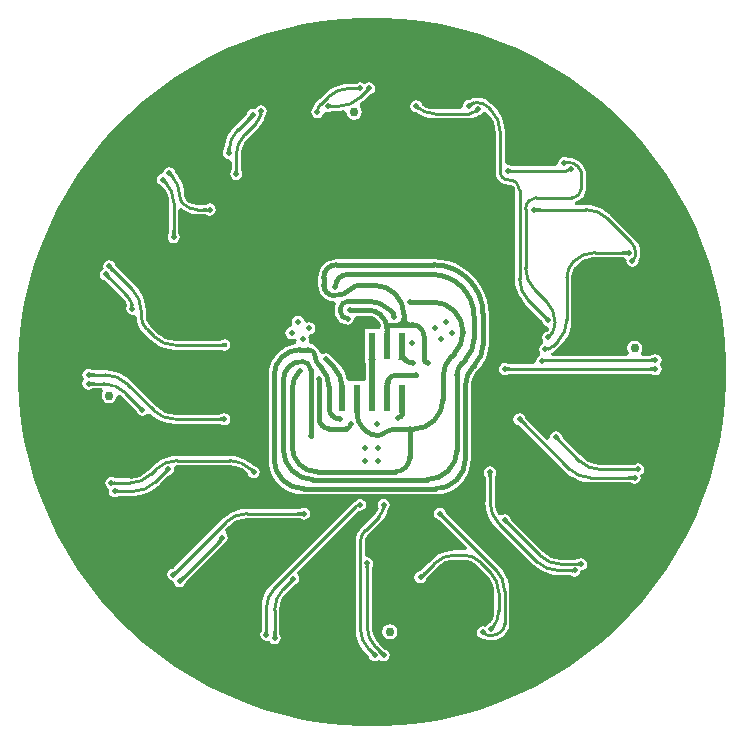
<source format=gbl>
G04*
G04 #@! TF.GenerationSoftware,Altium Limited,Altium Designer,18.1.6 (161)*
G04*
G04 Layer_Physical_Order=4*
G04 Layer_Color=16711680*
%FSLAX24Y24*%
%MOIN*%
G70*
G01*
G75*
%ADD81C,0.0100*%
%ADD83C,0.0160*%
%ADD84C,0.0197*%
%ADD85C,0.0300*%
%ADD86C,0.0394*%
%ADD87C,0.0177*%
%ADD89C,0.0100*%
%ADD90R,0.0236X0.0906*%
%ADD91C,0.0200*%
G36*
X331Y11811D02*
X993Y11774D01*
X1652Y11700D01*
X2305Y11589D01*
X2951Y11441D01*
X3588Y11258D01*
X4214Y11039D01*
X4826Y10785D01*
X5423Y10498D01*
X6003Y10177D01*
X6564Y9824D01*
X7105Y9441D01*
X7623Y9028D01*
X8117Y8586D01*
X8586Y8117D01*
X9028Y7623D01*
X9441Y7105D01*
X9824Y6564D01*
X10177Y6003D01*
X10498Y5423D01*
X10785Y4826D01*
X11039Y4214D01*
X11258Y3588D01*
X11441Y2951D01*
X11589Y2305D01*
X11700Y1652D01*
X11774Y993D01*
X11811Y331D01*
Y-0D01*
X11811Y-331D01*
X11774Y-993D01*
X11700Y-1652D01*
X11589Y-2305D01*
X11441Y-2951D01*
X11258Y-3588D01*
X11039Y-4214D01*
X10785Y-4826D01*
X10498Y-5423D01*
X10177Y-6003D01*
X9824Y-6564D01*
X9441Y-7105D01*
X9028Y-7623D01*
X8586Y-8117D01*
X8117Y-8586D01*
X7623Y-9028D01*
X7105Y-9441D01*
X6564Y-9824D01*
X6003Y-10177D01*
X5423Y-10498D01*
X4826Y-10785D01*
X4214Y-11039D01*
X3588Y-11258D01*
X2951Y-11441D01*
X2305Y-11589D01*
X1652Y-11700D01*
X993Y-11774D01*
X331Y-11811D01*
X-331D01*
X-993Y-11774D01*
X-1652Y-11700D01*
X-2305Y-11589D01*
X-2951Y-11441D01*
X-3588Y-11258D01*
X-4214Y-11039D01*
X-4826Y-10785D01*
X-5423Y-10498D01*
X-6003Y-10177D01*
X-6564Y-9824D01*
X-7105Y-9441D01*
X-7623Y-9028D01*
X-8117Y-8586D01*
X-8586Y-8117D01*
X-9028Y-7623D01*
X-9441Y-7105D01*
X-9824Y-6564D01*
X-10177Y-6003D01*
X-10498Y-5423D01*
X-10785Y-4826D01*
X-11039Y-4214D01*
X-11258Y-3588D01*
X-11441Y-2951D01*
X-11589Y-2305D01*
X-11700Y-1652D01*
X-11774Y-993D01*
X-11811Y-331D01*
Y0D01*
Y331D01*
X-11774Y993D01*
X-11700Y1652D01*
X-11589Y2305D01*
X-11441Y2951D01*
X-11258Y3588D01*
X-11039Y4214D01*
X-10785Y4826D01*
X-10498Y5423D01*
X-10177Y6003D01*
X-9824Y6564D01*
X-9441Y7105D01*
X-9028Y7623D01*
X-8586Y8117D01*
X-8117Y8586D01*
X-7623Y9028D01*
X-7105Y9441D01*
X-6564Y9824D01*
X-6003Y10177D01*
X-5423Y10498D01*
X-4826Y10785D01*
X-4214Y11039D01*
X-3588Y11258D01*
X-2951Y11441D01*
X-2305Y11589D01*
X-1652Y11700D01*
X-993Y11774D01*
X-331Y11811D01*
X0D01*
X331Y11811D01*
D02*
G37*
%LPC*%
G36*
X-101Y9651D02*
X-178Y9636D01*
X-244Y9592D01*
X-319Y9636D01*
X-396Y9651D01*
X-473Y9636D01*
X-517Y9607D01*
X-585Y9602D01*
X-769D01*
Y9602D01*
X-950Y9588D01*
X-1126Y9546D01*
X-1293Y9477D01*
X-1447Y9382D01*
X-1585Y9265D01*
X-1584Y9264D01*
X-1584Y9264D01*
X-1751Y9097D01*
X-1823Y9027D01*
X-1823Y9027D01*
X-1905Y8921D01*
X-1929Y8862D01*
X-1953Y8813D01*
X-1962Y8807D01*
X-2006Y8741D01*
X-2022Y8664D01*
X-2006Y8586D01*
X-1962Y8521D01*
X-1897Y8477D01*
X-1819Y8461D01*
X-1742Y8477D01*
X-1676Y8521D01*
X-1633Y8586D01*
X-1630Y8600D01*
X-1563Y8664D01*
X-1523Y8665D01*
X-1479Y8656D01*
X-1401Y8671D01*
X-1358Y8700D01*
X-1289Y8705D01*
X-1206D01*
X-1106Y8705D01*
Y8705D01*
X-939Y8718D01*
X-901Y8694D01*
X-843Y8636D01*
X-828Y8564D01*
X-773Y8481D01*
X-690Y8426D01*
X-593Y8407D01*
X-495Y8426D01*
X-413Y8481D01*
X-357Y8564D01*
X-338Y8661D01*
X-357Y8759D01*
X-401Y8824D01*
X-410Y8859D01*
X-397Y8951D01*
X-290Y9043D01*
X-290Y9043D01*
X-290Y9043D01*
X-122Y9211D01*
X-104Y9228D01*
X-82Y9247D01*
X-76Y9251D01*
X-23Y9262D01*
X42Y9306D01*
X86Y9371D01*
X102Y9449D01*
X86Y9526D01*
X42Y9592D01*
X-23Y9636D01*
X-101Y9651D01*
D02*
G37*
G36*
X3504Y9133D02*
X3370Y9116D01*
X3311Y9091D01*
X3257Y9072D01*
X3246Y9074D01*
X3169Y9059D01*
X3103Y9015D01*
X3059Y8949D01*
X3044Y8872D01*
X3047Y8859D01*
X2972Y8759D01*
X2184Y8759D01*
X2084Y8759D01*
X1987Y8767D01*
X1945Y8771D01*
X1812Y8811D01*
X1697Y8873D01*
X1687Y8880D01*
X1678Y8886D01*
X1676Y8888D01*
X1670Y8893D01*
X1669Y8893D01*
X1661Y8936D01*
X1617Y9001D01*
X1551Y9045D01*
X1474Y9061D01*
X1397Y9045D01*
X1331Y9001D01*
X1287Y8936D01*
X1272Y8858D01*
X1287Y8781D01*
X1331Y8715D01*
X1397Y8671D01*
X1449Y8661D01*
X1519Y8622D01*
X1519Y8622D01*
X1519Y8622D01*
X1566Y8596D01*
X1571Y8594D01*
X1695Y8528D01*
X1885Y8470D01*
X2084Y8451D01*
Y8453D01*
X3146Y8453D01*
X3246Y8452D01*
Y8452D01*
X3361Y8467D01*
X3411Y8488D01*
X3422Y8490D01*
X3429Y8495D01*
X3468Y8511D01*
X3529Y8559D01*
X3597Y8572D01*
X3662Y8616D01*
X3686Y8651D01*
X3686Y8651D01*
X3782Y8674D01*
X3806Y8672D01*
X3867Y8611D01*
X3873Y8607D01*
X3974Y8484D01*
X4053Y8337D01*
X4101Y8178D01*
X4108Y8109D01*
X4115Y8012D01*
X4115D01*
Y6641D01*
X4115D01*
X4127Y6549D01*
X4163Y6462D01*
X4220Y6388D01*
X4219Y6387D01*
X4321Y6309D01*
X4439Y6260D01*
X4566Y6243D01*
X4566Y6243D01*
X4660Y6228D01*
X4710Y6194D01*
X4712Y6191D01*
X4715Y6189D01*
X4751Y6135D01*
X4764Y6072D01*
X4763Y6068D01*
Y3095D01*
X4763Y3095D01*
X4763D01*
X4777Y2915D01*
X4819Y2739D01*
X4888Y2571D01*
X4983Y2417D01*
X5100Y2279D01*
X5101Y2280D01*
X5639Y1742D01*
X5657Y1723D01*
X5675Y1701D01*
X5680Y1695D01*
X5690Y1642D01*
X5734Y1577D01*
X5800Y1533D01*
X5829Y1527D01*
X5890Y1435D01*
X5893Y1420D01*
X5884Y1400D01*
X5871Y1376D01*
X5847Y1345D01*
X5803Y1337D01*
X5737Y1293D01*
X5694Y1227D01*
X5678Y1150D01*
X5694Y1072D01*
X5710Y1047D01*
X5700Y958D01*
X5678Y929D01*
X5632Y899D01*
X5589Y833D01*
X5573Y756D01*
X5589Y678D01*
X5605Y654D01*
X5593Y563D01*
X5572Y537D01*
X5526Y506D01*
X5482Y440D01*
X5467Y363D01*
X5469Y351D01*
X5393Y251D01*
X4609D01*
X4584Y252D01*
X4555Y254D01*
X4548Y256D01*
X4503Y285D01*
X4426Y301D01*
X4348Y285D01*
X4283Y241D01*
X4239Y176D01*
X4223Y98D01*
X4239Y21D01*
X4283Y-45D01*
X4348Y-88D01*
X4426Y-104D01*
X4503Y-88D01*
X4547Y-59D01*
X4615Y-55D01*
X9263D01*
X9288Y-55D01*
X9317Y-58D01*
X9325Y-59D01*
X9369Y-88D01*
X9446Y-104D01*
X9524Y-88D01*
X9590Y-45D01*
X9633Y21D01*
X9649Y98D01*
X9633Y176D01*
X9590Y241D01*
X9590Y241D01*
Y251D01*
X9633Y316D01*
X9649Y394D01*
X9633Y471D01*
X9590Y537D01*
X9524Y581D01*
X9446Y596D01*
X9369Y581D01*
X9325Y551D01*
X9257Y547D01*
X9013D01*
X8964Y647D01*
X8993Y690D01*
X9012Y787D01*
X8993Y885D01*
X8938Y968D01*
X8855Y1023D01*
X8758Y1042D01*
X8660Y1023D01*
X8577Y968D01*
X8522Y885D01*
X8503Y787D01*
X8522Y690D01*
X8551Y647D01*
X8502Y547D01*
X6002D01*
X5980Y647D01*
X5983Y648D01*
X6041Y672D01*
X6151Y757D01*
X6150Y758D01*
X6309Y917D01*
X6309Y916D01*
X6427Y1054D01*
X6522Y1208D01*
X6591Y1375D01*
X6633Y1551D01*
X6647Y1732D01*
X6647D01*
X6647Y1732D01*
X6647Y3150D01*
X6646Y3152D01*
X6657Y3267D01*
X6692Y3381D01*
X6748Y3485D01*
X6761Y3501D01*
X6823Y3576D01*
D01*
X6897Y3639D01*
X6950Y3683D01*
X7097Y3761D01*
X7255Y3809D01*
X7324Y3816D01*
X7421Y3823D01*
Y3823D01*
X8385D01*
X8410Y3823D01*
X8412Y3822D01*
X8477Y3748D01*
X8485Y3733D01*
X8479Y3703D01*
X8494Y3626D01*
X8538Y3560D01*
X8604Y3516D01*
X8681Y3501D01*
X8759Y3516D01*
X8824Y3560D01*
X8868Y3626D01*
X8884Y3703D01*
X8881Y3714D01*
X8901Y3768D01*
X8925Y3827D01*
X8943Y3961D01*
X8941D01*
X8929Y4091D01*
X8891Y4215D01*
X8830Y4330D01*
X8747Y4430D01*
X8747Y4430D01*
X7948Y5229D01*
X7949Y5229D01*
X7811Y5347D01*
X7657Y5441D01*
X7490Y5510D01*
X7314Y5553D01*
X7133Y5567D01*
Y5566D01*
X7133Y5566D01*
X6758D01*
X6752Y5666D01*
X6777Y5670D01*
X6895Y5719D01*
X6996Y5796D01*
X6996Y5797D01*
X7061Y5881D01*
X7101Y5980D01*
X7115Y6085D01*
X7115D01*
X7115Y6690D01*
X7115Y6690D01*
X7103Y6748D01*
X7103Y6748D01*
X7042Y6863D01*
X6960Y6964D01*
X6859Y7046D01*
X6745Y7107D01*
X6744Y7107D01*
X6730Y7110D01*
X6681Y7130D01*
X6635Y7136D01*
X6627Y7139D01*
X6622Y7139D01*
X6616Y7140D01*
X6598Y7141D01*
X6546Y7148D01*
X6523Y7145D01*
X6493Y7146D01*
X6484Y7153D01*
X6407Y7168D01*
X6329Y7153D01*
X6264Y7109D01*
X6220Y7043D01*
X6204Y6966D01*
X6208Y6949D01*
X6135Y6849D01*
X4706Y6849D01*
X4681Y6849D01*
X4652Y6852D01*
X4644Y6853D01*
X4600Y6883D01*
X4522Y6898D01*
X4521Y6898D01*
X4421Y6978D01*
Y8012D01*
X4422D01*
X4408Y8193D01*
X4365Y8369D01*
X4296Y8536D01*
X4201Y8690D01*
X4084Y8828D01*
X4083Y8827D01*
X3973Y8938D01*
X3973Y8938D01*
X3873Y9020D01*
X3758Y9082D01*
X3634Y9119D01*
X3504Y9132D01*
Y9133D01*
D02*
G37*
G36*
X-3706Y8886D02*
X-3783Y8871D01*
X-3849Y8827D01*
X-3901Y8758D01*
X-3979Y8773D01*
X-4056Y8758D01*
X-4122Y8714D01*
X-4165Y8648D01*
X-4176Y8597D01*
X-4221Y8545D01*
X-4583Y8183D01*
X-4583Y8183D01*
X-4701Y8045D01*
X-4796Y7891D01*
X-4865Y7724D01*
X-4907Y7548D01*
X-4909Y7527D01*
X-4925Y7429D01*
X-4928Y7415D01*
X-4955Y7375D01*
X-4970Y7297D01*
X-4955Y7220D01*
X-4911Y7154D01*
X-4845Y7110D01*
X-4768Y7095D01*
X-4683Y7010D01*
X-4683Y6778D01*
X-4683Y6753D01*
X-4686Y6724D01*
X-4687Y6716D01*
X-4717Y6672D01*
X-4732Y6594D01*
X-4717Y6517D01*
X-4673Y6451D01*
X-4607Y6408D01*
X-4530Y6392D01*
X-4452Y6408D01*
X-4387Y6451D01*
X-4343Y6517D01*
X-4328Y6594D01*
X-4343Y6672D01*
X-4372Y6716D01*
X-4377Y6784D01*
X-4377Y7111D01*
X-4377Y7211D01*
X-4369Y7308D01*
X-4363Y7377D01*
X-4314Y7536D01*
X-4236Y7683D01*
X-4135Y7806D01*
X-4129Y7810D01*
X-3763Y8176D01*
X-3763Y8176D01*
X-3763Y8175D01*
X-3673Y8284D01*
X-3607Y8408D01*
X-3601Y8427D01*
X-3601Y8428D01*
X-3557Y8549D01*
X-3519Y8606D01*
X-3503Y8684D01*
X-3519Y8761D01*
X-3563Y8827D01*
X-3628Y8871D01*
X-3706Y8886D01*
D02*
G37*
G36*
X-6759Y6820D02*
X-6837Y6805D01*
X-6902Y6761D01*
X-6946Y6695D01*
X-6967Y6616D01*
X-7045Y6596D01*
X-7111Y6552D01*
X-7155Y6486D01*
X-7170Y6409D01*
X-7155Y6331D01*
X-7111Y6266D01*
X-7045Y6222D01*
X-6989Y6211D01*
X-6987Y6209D01*
X-6905Y6110D01*
X-6827Y5963D01*
X-6779Y5804D01*
X-6772Y5735D01*
X-6764Y5638D01*
X-6764Y5638D01*
X-6764Y5538D01*
Y4681D01*
X-6765Y4656D01*
X-6767Y4627D01*
X-6769Y4620D01*
X-6798Y4575D01*
X-6814Y4498D01*
X-6798Y4420D01*
X-6754Y4355D01*
X-6689Y4311D01*
X-6611Y4295D01*
X-6534Y4311D01*
X-6468Y4355D01*
X-6424Y4420D01*
X-6409Y4498D01*
X-6424Y4575D01*
X-6454Y4619D01*
X-6458Y4687D01*
Y5411D01*
X-6358Y5459D01*
X-6285Y5399D01*
X-6142Y5322D01*
X-5987Y5275D01*
X-5826Y5259D01*
Y5260D01*
X-5599D01*
X-5574Y5260D01*
X-5545Y5257D01*
X-5538Y5256D01*
X-5493Y5226D01*
X-5416Y5211D01*
X-5338Y5226D01*
X-5273Y5270D01*
X-5229Y5336D01*
X-5213Y5413D01*
X-5229Y5491D01*
X-5273Y5556D01*
X-5338Y5600D01*
X-5416Y5616D01*
X-5493Y5600D01*
X-5537Y5571D01*
X-5605Y5566D01*
X-5826D01*
X-5834Y5565D01*
X-5961Y5582D01*
X-6087Y5634D01*
X-6189Y5712D01*
X-6193Y5718D01*
X-6198Y5722D01*
X-6239Y5783D01*
X-6258Y5875D01*
X-6258D01*
X-6271Y6048D01*
X-6312Y6217D01*
X-6378Y6377D01*
X-6469Y6525D01*
X-6482Y6540D01*
X-6561Y6649D01*
X-6564Y6653D01*
X-6572Y6695D01*
X-6616Y6761D01*
X-6682Y6805D01*
X-6759Y6820D01*
D02*
G37*
G36*
X-8761Y3724D02*
X-8839Y3708D01*
X-8904Y3665D01*
X-8948Y3599D01*
X-8964Y3522D01*
X-8948Y3444D01*
X-9017Y3392D01*
X-9061Y3326D01*
X-9077Y3249D01*
X-9061Y3171D01*
X-9017Y3106D01*
X-8952Y3062D01*
X-8900Y3052D01*
X-8849Y3007D01*
X-8276Y2434D01*
X-8271Y2431D01*
X-8202Y2341D01*
X-8158Y2235D01*
X-8156Y2225D01*
X-8155Y2220D01*
X-8176Y2188D01*
X-8192Y2111D01*
X-8176Y2034D01*
X-8132Y1968D01*
X-8067Y1924D01*
X-7989Y1909D01*
X-7950Y1916D01*
X-7897Y1891D01*
X-7866Y1868D01*
X-7849Y1846D01*
X-7836Y1719D01*
X-7792Y1573D01*
X-7720Y1439D01*
X-7624Y1321D01*
X-7623Y1321D01*
X-7379Y1077D01*
X-7380Y1077D01*
X-7242Y959D01*
X-7088Y865D01*
X-6920Y795D01*
X-6744Y753D01*
X-6564Y739D01*
Y740D01*
X-5065Y740D01*
X-5040Y739D01*
X-5024Y737D01*
X-4990Y715D01*
X-4917Y700D01*
X-4843Y715D01*
X-4781Y757D01*
X-4739Y819D01*
X-4724Y893D01*
X-4739Y966D01*
X-4781Y1028D01*
X-4843Y1070D01*
X-4917Y1085D01*
X-4990Y1070D01*
X-5022Y1049D01*
X-5080Y1045D01*
X-6564Y1045D01*
X-6564Y1045D01*
X-6564Y1045D01*
X-6661Y1053D01*
X-6730Y1060D01*
X-6889Y1108D01*
X-7036Y1187D01*
X-7089Y1230D01*
X-7163Y1294D01*
X-7233Y1364D01*
X-7407Y1538D01*
X-7412Y1541D01*
X-7483Y1634D01*
X-7530Y1748D01*
X-7534Y1774D01*
X-7545Y1870D01*
X-7545Y1870D01*
X-7545Y1943D01*
X-7544Y2043D01*
X-7544D01*
X-7558Y2224D01*
X-7600Y2400D01*
X-7670Y2567D01*
X-7764Y2722D01*
X-7882Y2859D01*
X-7882Y2859D01*
X-8523Y3500D01*
X-8541Y3518D01*
X-8559Y3540D01*
X-8564Y3546D01*
X-8574Y3599D01*
X-8618Y3665D01*
X-8684Y3708D01*
X-8761Y3724D01*
D02*
G37*
G36*
X2046Y3758D02*
Y3758D01*
X-1181D01*
X-1187Y3757D01*
X-1301Y3746D01*
X-1417Y3711D01*
X-1523Y3654D01*
X-1617Y3577D01*
X-1693Y3484D01*
X-1750Y3377D01*
X-1785Y3262D01*
X-1797Y3147D01*
X-1798Y3142D01*
Y2897D01*
X-1799D01*
X-1780Y2757D01*
X-1727Y2627D01*
X-1641Y2516D01*
X-1529Y2430D01*
X-1399Y2376D01*
X-1273Y2360D01*
X-1242Y2326D01*
X-1205Y2262D01*
X-1224Y2216D01*
X-1237Y2118D01*
X-1240Y2101D01*
X-1239Y2019D01*
D01*
X-1237Y2002D01*
X-1225Y1907D01*
X-1181Y1803D01*
X-1113Y1713D01*
X-1023Y1644D01*
X-918Y1601D01*
X-908Y1599D01*
X-883Y1583D01*
X-806Y1567D01*
X-729Y1583D01*
X-663Y1626D01*
X-619Y1692D01*
X-604Y1770D01*
X-606Y1779D01*
X-529Y1879D01*
X-130D01*
X-123Y1880D01*
X-14Y1866D01*
X93Y1821D01*
X131Y1793D01*
X139Y1781D01*
X188Y1748D01*
X257Y1658D01*
X301Y1550D01*
X305Y1519D01*
X280Y1421D01*
X216Y1419D01*
X180Y1419D01*
X-220D01*
Y418D01*
X-221Y415D01*
X-220Y411D01*
Y313D01*
X-209D01*
X-206Y275D01*
Y-260D01*
X-284Y-313D01*
X-306Y-313D01*
X-320Y-313D01*
X-720D01*
Y-313D01*
X-784D01*
X-852Y-242D01*
X-853Y-237D01*
X-857Y-228D01*
X-859Y-217D01*
X-860Y-216D01*
X-877Y-148D01*
X-948Y23D01*
X-1045Y182D01*
X-1165Y323D01*
X-1165Y323D01*
X-1165Y323D01*
X-1341Y498D01*
X-1342Y504D01*
X-1386Y570D01*
X-1452Y614D01*
X-1529Y629D01*
X-1606Y614D01*
X-1618Y606D01*
X-1655Y611D01*
X-1732Y646D01*
X-1763Y722D01*
X-1830Y809D01*
X-1917Y875D01*
X-2018Y917D01*
X-2058Y923D01*
X-2078Y948D01*
X-2118Y1030D01*
X-2107Y1082D01*
X-2123Y1160D01*
X-2113Y1192D01*
X-2069Y1260D01*
X-2016Y1270D01*
X-1950Y1314D01*
X-1906Y1380D01*
X-1891Y1457D01*
X-1906Y1535D01*
X-1950Y1600D01*
X-2016Y1644D01*
X-2093Y1660D01*
X-2171Y1644D01*
X-2203Y1654D01*
X-2271Y1698D01*
X-2281Y1751D01*
X-2325Y1817D01*
X-2391Y1861D01*
X-2468Y1876D01*
X-2546Y1861D01*
X-2611Y1817D01*
X-2655Y1751D01*
X-2671Y1674D01*
X-2655Y1596D01*
X-2665Y1564D01*
X-2709Y1496D01*
X-2762Y1486D01*
X-2828Y1442D01*
X-2872Y1376D01*
X-2887Y1299D01*
X-2872Y1221D01*
X-2828Y1156D01*
X-2762Y1112D01*
X-2685Y1096D01*
X-2607Y1112D01*
X-2575Y1102D01*
X-2513Y1062D01*
X-2523Y967D01*
X-2559Y918D01*
X-2720Y880D01*
X-2873Y816D01*
X-3015Y729D01*
X-3141Y621D01*
X-3249Y495D01*
X-3336Y354D01*
X-3399Y200D01*
X-3438Y39D01*
X-3451Y-124D01*
X-3451Y-126D01*
Y-2898D01*
X-3451D01*
X-3437Y-3083D01*
X-3393Y-3263D01*
X-3322Y-3435D01*
X-3225Y-3593D01*
X-3105Y-3735D01*
X-2963Y-3855D01*
X-2805Y-3952D01*
X-2633Y-4023D01*
X-2453Y-4067D01*
X-2268Y-4081D01*
Y-4081D01*
X2110D01*
Y-4081D01*
X2295Y-4067D01*
X2476Y-4023D01*
X2648Y-3952D01*
X2806Y-3855D01*
X2947Y-3735D01*
X3068Y-3593D01*
X3165Y-3435D01*
X3236Y-3263D01*
X3279Y-3083D01*
X3294Y-2898D01*
X3294D01*
Y-468D01*
X3292Y-461D01*
X3306Y-320D01*
X3349Y-178D01*
X3420Y-46D01*
X3472Y17D01*
X3538Y89D01*
X3538Y89D01*
X3659Y231D01*
X3756Y389D01*
X3827Y561D01*
X3870Y741D01*
X3885Y926D01*
X3885D01*
Y1920D01*
X3885D01*
X3869Y2160D01*
X3822Y2396D01*
X3745Y2623D01*
X3639Y2839D01*
X3505Y3039D01*
X3346Y3220D01*
X3166Y3379D01*
X2966Y3512D01*
X2750Y3619D01*
X2522Y3696D01*
X2286Y3743D01*
X2046Y3758D01*
D02*
G37*
G36*
X-9451Y104D02*
X-9529Y88D01*
X-9594Y45D01*
X-9638Y-21D01*
X-9653Y-98D01*
X-9638Y-176D01*
X-9594Y-251D01*
X-9638Y-316D01*
X-9653Y-394D01*
X-9638Y-471D01*
X-9594Y-537D01*
X-9529Y-581D01*
X-9451Y-596D01*
X-9374Y-581D01*
X-9330Y-551D01*
X-9262Y-547D01*
X-9018D01*
X-8969Y-647D01*
X-8998Y-690D01*
X-9017Y-787D01*
X-8998Y-885D01*
X-8942Y-968D01*
X-8860Y-1023D01*
X-8762Y-1042D01*
X-8665Y-1023D01*
X-8582Y-968D01*
X-8527Y-885D01*
X-8507Y-787D01*
X-8416Y-733D01*
X-8348Y-789D01*
X-8344Y-795D01*
X-7900Y-1238D01*
X-7883Y-1257D01*
X-7864Y-1279D01*
X-7860Y-1285D01*
X-7849Y-1337D01*
X-7806Y-1403D01*
X-7740Y-1447D01*
X-7663Y-1462D01*
X-7585Y-1447D01*
X-7519Y-1403D01*
X-7393Y-1390D01*
X-7392Y-1390D01*
X-7392Y-1390D01*
X-7254Y-1508D01*
X-7100Y-1603D01*
X-6933Y-1672D01*
X-6757Y-1714D01*
X-6576Y-1728D01*
Y-1728D01*
X-5107D01*
X-5082Y-1728D01*
X-5053Y-1731D01*
X-5046Y-1732D01*
X-5001Y-1762D01*
X-4924Y-1777D01*
X-4846Y-1762D01*
X-4781Y-1718D01*
X-4737Y-1652D01*
X-4721Y-1575D01*
X-4737Y-1497D01*
X-4781Y-1432D01*
X-4846Y-1388D01*
X-4924Y-1373D01*
X-5001Y-1388D01*
X-5045Y-1417D01*
X-5113Y-1422D01*
X-6476D01*
X-6576Y-1422D01*
X-6673Y-1414D01*
X-6742Y-1408D01*
X-6901Y-1359D01*
X-7048Y-1281D01*
X-7171Y-1180D01*
X-7175Y-1174D01*
X-8066Y-283D01*
X-8065Y-283D01*
X-8203Y-165D01*
X-8357Y-71D01*
X-8525Y-1D01*
X-8701Y41D01*
X-8881Y55D01*
Y55D01*
X-9268Y55D01*
X-9293Y55D01*
X-9322Y58D01*
X-9329Y59D01*
X-9374Y88D01*
X-9451Y104D01*
D02*
G37*
G36*
X-6496Y-2799D02*
X-6677Y-2813D01*
X-6853Y-2856D01*
X-7020Y-2925D01*
X-7174Y-3020D01*
X-7312Y-3137D01*
X-7311Y-3137D01*
X-7311Y-3138D01*
X-7476Y-3302D01*
X-7480Y-3308D01*
X-7604Y-3409D01*
X-7750Y-3488D01*
X-7910Y-3536D01*
X-8068Y-3552D01*
X-8075Y-3550D01*
X-8502D01*
X-8528Y-3550D01*
X-8557Y-3547D01*
X-8564Y-3546D01*
X-8609Y-3516D01*
X-8686Y-3501D01*
X-8763Y-3516D01*
X-8829Y-3560D01*
X-8873Y-3626D01*
X-8888Y-3703D01*
X-8873Y-3781D01*
X-8829Y-3846D01*
X-8760Y-3899D01*
X-8775Y-3976D01*
X-8760Y-4054D01*
X-8716Y-4119D01*
X-8650Y-4163D01*
X-8573Y-4178D01*
X-8496Y-4163D01*
X-8452Y-4134D01*
X-8384Y-4129D01*
X-8050Y-4129D01*
X-7950Y-4130D01*
Y-4130D01*
X-7770Y-4116D01*
X-7594Y-4073D01*
X-7426Y-4004D01*
X-7272Y-3909D01*
X-7134Y-3792D01*
X-7134Y-3792D01*
X-7064Y-3721D01*
X-6819Y-3475D01*
X-6800Y-3458D01*
X-6778Y-3439D01*
X-6772Y-3435D01*
X-6720Y-3424D01*
X-6654Y-3380D01*
X-6610Y-3315D01*
X-6595Y-3237D01*
X-6599Y-3214D01*
X-6534Y-3107D01*
X-6503Y-3104D01*
X-6496Y-3106D01*
X-4747D01*
X-4740Y-3104D01*
X-4582Y-3120D01*
X-4422Y-3168D01*
X-4276Y-3247D01*
X-4152Y-3348D01*
X-4148Y-3354D01*
X-4138Y-3364D01*
X-4126Y-3424D01*
X-4082Y-3490D01*
X-4017Y-3533D01*
X-3939Y-3549D01*
X-3862Y-3533D01*
X-3796Y-3490D01*
X-3752Y-3424D01*
X-3737Y-3346D01*
X-3752Y-3269D01*
X-3796Y-3203D01*
X-3845Y-3171D01*
X-3862Y-3160D01*
X-3862Y-3160D01*
X-3932Y-3137D01*
X-4069Y-3020D01*
X-4224Y-2925D01*
X-4391Y-2856D01*
X-4567Y-2813D01*
X-4747Y-2799D01*
Y-2800D01*
X-6496D01*
X-6496Y-2800D01*
Y-2799D01*
D02*
G37*
G36*
X4916Y-1373D02*
X4839Y-1388D01*
X4773Y-1432D01*
X4729Y-1497D01*
X4714Y-1575D01*
X4729Y-1652D01*
X4773Y-1718D01*
X4839Y-1762D01*
X4890Y-1772D01*
X4942Y-1817D01*
X6462Y-3337D01*
X6461Y-3337D01*
X6599Y-3455D01*
X6753Y-3549D01*
X6921Y-3619D01*
X7097Y-3661D01*
X7277Y-3675D01*
Y-3674D01*
X8573Y-3674D01*
X8598Y-3675D01*
X8627Y-3678D01*
X8635Y-3679D01*
X8679Y-3708D01*
X8757Y-3724D01*
X8834Y-3708D01*
X8900Y-3665D01*
X8944Y-3599D01*
X8959Y-3522D01*
X8948Y-3441D01*
X9013Y-3392D01*
X9057Y-3326D01*
X9072Y-3249D01*
X9057Y-3171D01*
X9013Y-3106D01*
X8947Y-3062D01*
X8870Y-3046D01*
X8792Y-3062D01*
X8749Y-3091D01*
X8680Y-3096D01*
X7616Y-3096D01*
X7616Y-3096D01*
X7616Y-3096D01*
X7519Y-3088D01*
X7450Y-3081D01*
X7291Y-3033D01*
X7144Y-2955D01*
X7091Y-2911D01*
X7017Y-2848D01*
X7017Y-2848D01*
X6946Y-2777D01*
X6367Y-2198D01*
X6349Y-2179D01*
X6331Y-2157D01*
X6326Y-2151D01*
X6316Y-2099D01*
X6272Y-2033D01*
X6206Y-1989D01*
X6129Y-1974D01*
X6051Y-1989D01*
X5986Y-2033D01*
X5942Y-2099D01*
X5926Y-2176D01*
X5840Y-2256D01*
X5816Y-2259D01*
X5154Y-1596D01*
X5137Y-1578D01*
X5118Y-1556D01*
X5113Y-1550D01*
X5103Y-1497D01*
X5059Y-1432D01*
X4994Y-1388D01*
X4916Y-1373D01*
D02*
G37*
G36*
X-2266Y-4522D02*
X-2344Y-4538D01*
X-2387Y-4567D01*
X-2456Y-4571D01*
X-4173D01*
X-4173Y-4571D01*
Y-4571D01*
X-4354Y-4585D01*
X-4530Y-4627D01*
X-4697Y-4697D01*
X-4851Y-4791D01*
X-4989Y-4909D01*
X-4989Y-4909D01*
X-4989Y-4909D01*
X-6598Y-6519D01*
X-6617Y-6536D01*
X-6639Y-6555D01*
X-6645Y-6560D01*
X-6697Y-6570D01*
X-6763Y-6614D01*
X-6807Y-6679D01*
X-6822Y-6757D01*
X-6807Y-6834D01*
X-6763Y-6900D01*
X-6697Y-6944D01*
X-6620Y-6959D01*
X-6598Y-7043D01*
X-6554Y-7109D01*
X-6489Y-7153D01*
X-6411Y-7168D01*
X-6334Y-7153D01*
X-6268Y-7109D01*
X-6224Y-7043D01*
X-6214Y-6992D01*
X-6169Y-6940D01*
X-4948Y-5719D01*
X-4937Y-5708D01*
X-4930Y-5707D01*
X-4865Y-5663D01*
X-4821Y-5598D01*
X-4806Y-5520D01*
X-4821Y-5443D01*
X-4865Y-5377D01*
X-4876Y-5370D01*
X-4893Y-5247D01*
X-4772Y-5125D01*
X-4768Y-5120D01*
X-4645Y-5018D01*
X-4498Y-4940D01*
X-4339Y-4892D01*
X-4180Y-4876D01*
X-4173Y-4877D01*
X-2450D01*
X-2424Y-4878D01*
X-2396Y-4880D01*
X-2388Y-4882D01*
X-2344Y-4911D01*
X-2266Y-4927D01*
X-2189Y-4911D01*
X-2123Y-4867D01*
X-2079Y-4802D01*
X-2064Y-4724D01*
X-2079Y-4647D01*
X-2123Y-4581D01*
X-2189Y-4538D01*
X-2266Y-4522D01*
D02*
G37*
G36*
X-396Y-4227D02*
X-473Y-4242D01*
X-539Y-4286D01*
X-561Y-4319D01*
X-569Y-4322D01*
X-640Y-4377D01*
X-640Y-4377D01*
X-3268Y-7005D01*
X-3340Y-7075D01*
X-3340Y-7075D01*
X-3457Y-7213D01*
X-3552Y-7367D01*
X-3621Y-7535D01*
X-3663Y-7711D01*
X-3677Y-7891D01*
X-3677D01*
X-3677Y-8575D01*
X-3677Y-8601D01*
X-3680Y-8630D01*
X-3681Y-8637D01*
X-3711Y-8682D01*
X-3726Y-8759D01*
X-3711Y-8836D01*
X-3667Y-8902D01*
X-3601Y-8946D01*
X-3524Y-8961D01*
X-3443Y-8950D01*
X-3394Y-9015D01*
X-3328Y-9059D01*
X-3251Y-9074D01*
X-3174Y-9059D01*
X-3108Y-9015D01*
X-3064Y-8949D01*
X-3049Y-8872D01*
X-3064Y-8795D01*
X-3093Y-8751D01*
X-3098Y-8683D01*
Y-7942D01*
X-3099Y-7935D01*
X-3084Y-7777D01*
X-3036Y-7617D01*
X-2957Y-7471D01*
X-2913Y-7417D01*
X-2850Y-7343D01*
X-2780Y-7273D01*
X-2643Y-7136D01*
X-2625Y-7119D01*
X-2602Y-7100D01*
X-2596Y-7096D01*
X-2544Y-7085D01*
X-2478Y-7041D01*
X-2434Y-6976D01*
X-2419Y-6898D01*
X-2434Y-6821D01*
X-2478Y-6755D01*
X-2488Y-6657D01*
X-451Y-4620D01*
X-396Y-4631D01*
X-319Y-4616D01*
X-253Y-4572D01*
X-209Y-4506D01*
X-194Y-4429D01*
X-209Y-4351D01*
X-253Y-4286D01*
X-319Y-4242D01*
X-396Y-4227D01*
D02*
G37*
G36*
X391Y-4227D02*
X314Y-4242D01*
X248Y-4286D01*
X204Y-4351D01*
X189Y-4429D01*
X204Y-4506D01*
X225Y-4536D01*
X224Y-4538D01*
X186Y-4632D01*
X180Y-4639D01*
X120Y-4714D01*
X49Y-4785D01*
X-248Y-5083D01*
X-320Y-5153D01*
X-320Y-5153D01*
X-417Y-5272D01*
X-490Y-5408D01*
X-535Y-5555D01*
X-550Y-5709D01*
X-550D01*
X-549Y-5809D01*
X-549Y-8542D01*
X-550D01*
X-535Y-8723D01*
X-493Y-8899D01*
X-424Y-9066D01*
X-329Y-9221D01*
X-212Y-9358D01*
X-212Y-9358D01*
X-141Y-9428D01*
X-124Y-9445D01*
X-106Y-9468D01*
X-101Y-9474D01*
X-91Y-9526D01*
X-47Y-9592D01*
X19Y-9636D01*
X96Y-9651D01*
X173Y-9636D01*
X239Y-9592D01*
X314Y-9636D01*
X391Y-9651D01*
X469Y-9636D01*
X534Y-9592D01*
X578Y-9526D01*
X594Y-9449D01*
X578Y-9371D01*
X534Y-9306D01*
X469Y-9262D01*
X417Y-9252D01*
X366Y-9207D01*
X236Y-9077D01*
X230Y-9073D01*
X129Y-8950D01*
X50Y-8803D01*
X2Y-8644D01*
X-13Y-8485D01*
X-12Y-8478D01*
Y-6568D01*
X-12Y-6543D01*
X-9Y-6514D01*
X-8Y-6506D01*
X22Y-6462D01*
X37Y-6384D01*
X22Y-6307D01*
X-22Y-6241D01*
X-88Y-6197D01*
X-165Y-6182D01*
X-243Y-6095D01*
Y-5709D01*
X-244Y-5702D01*
X-229Y-5584D01*
X-181Y-5468D01*
X-108Y-5374D01*
X-103Y-5370D01*
X336Y-4931D01*
X336Y-4931D01*
X337Y-4931D01*
X425Y-4823D01*
X491Y-4701D01*
X496Y-4684D01*
X539Y-4564D01*
X578Y-4506D01*
X594Y-4429D01*
X578Y-4351D01*
X534Y-4286D01*
X469Y-4242D01*
X391Y-4227D01*
D02*
G37*
G36*
X2261Y-4522D02*
X2184Y-4538D01*
X2118Y-4581D01*
X2075Y-4647D01*
X2059Y-4724D01*
X2075Y-4802D01*
X2118Y-4867D01*
X2184Y-4911D01*
X2235Y-4922D01*
X2287Y-4966D01*
X3181Y-5860D01*
X3136Y-5956D01*
X3049Y-5948D01*
Y-5949D01*
X3049Y-5949D01*
X2771D01*
Y-5949D01*
X2591Y-5963D01*
X2415Y-6005D01*
X2247Y-6075D01*
X2093Y-6169D01*
X1955Y-6287D01*
X1955Y-6287D01*
X1885Y-6358D01*
X1637Y-6606D01*
X1619Y-6623D01*
X1597Y-6642D01*
X1590Y-6646D01*
X1538Y-6657D01*
X1472Y-6701D01*
X1428Y-6766D01*
X1413Y-6844D01*
X1428Y-6921D01*
X1472Y-6987D01*
X1538Y-7031D01*
X1615Y-7046D01*
X1693Y-7031D01*
X1758Y-6987D01*
X1802Y-6921D01*
X1812Y-6870D01*
X1857Y-6818D01*
X2101Y-6574D01*
X2172Y-6503D01*
X2246Y-6440D01*
X2299Y-6396D01*
X2446Y-6318D01*
X2605Y-6270D01*
X2764Y-6254D01*
X2771Y-6255D01*
X3049D01*
X3052Y-6255D01*
X3172Y-6266D01*
X3291Y-6303D01*
X3401Y-6361D01*
X3422Y-6378D01*
X3496Y-6441D01*
X3566Y-6511D01*
X3827Y-6771D01*
X3832Y-6775D01*
X3934Y-6898D01*
X4012Y-7045D01*
X4060Y-7204D01*
X4076Y-7363D01*
X4075Y-7370D01*
Y-7958D01*
X4076Y-7963D01*
X4062Y-8098D01*
X4022Y-8232D01*
X3960Y-8347D01*
X3953Y-8358D01*
X3947Y-8366D01*
X3943Y-8370D01*
X3940Y-8374D01*
X3939Y-8375D01*
X3896Y-8384D01*
X3831Y-8428D01*
X3787Y-8493D01*
X3778Y-8497D01*
X3701Y-8481D01*
X3624Y-8497D01*
X3558Y-8541D01*
X3514Y-8606D01*
X3499Y-8684D01*
X3514Y-8761D01*
X3558Y-8827D01*
X3624Y-8871D01*
X3701Y-8886D01*
X3712Y-8884D01*
X3766Y-8903D01*
X3825Y-8927D01*
X3959Y-8945D01*
Y-8944D01*
X4088Y-8931D01*
X4213Y-8893D01*
X4327Y-8832D01*
X4428Y-8750D01*
X4429Y-8750D01*
X4507Y-8648D01*
X4557Y-8528D01*
X4574Y-8400D01*
X4572D01*
Y-7297D01*
X4573D01*
X4559Y-7116D01*
X4517Y-6940D01*
X4447Y-6773D01*
X4353Y-6619D01*
X4235Y-6481D01*
X4235Y-6481D01*
X4164Y-6411D01*
X2499Y-4746D01*
X2482Y-4728D01*
X2463Y-4706D01*
X2459Y-4700D01*
X2448Y-4647D01*
X2404Y-4581D01*
X2339Y-4538D01*
X2261Y-4522D01*
D02*
G37*
G36*
X3935Y-3144D02*
X3857Y-3160D01*
X3792Y-3203D01*
X3748Y-3269D01*
X3732Y-3346D01*
X3748Y-3424D01*
X3777Y-3467D01*
X3782Y-3536D01*
Y-4346D01*
X3781D01*
X3795Y-4527D01*
X3838Y-4703D01*
X3907Y-4870D01*
X4001Y-5024D01*
X4119Y-5162D01*
X4119Y-5161D01*
X5391Y-6433D01*
X5391Y-6433D01*
X5528Y-6551D01*
X5683Y-6646D01*
X5850Y-6715D01*
X6026Y-6757D01*
X6206Y-6771D01*
Y-6771D01*
X6571D01*
X6596Y-6771D01*
X6625Y-6774D01*
X6633Y-6775D01*
X6677Y-6805D01*
X6755Y-6820D01*
X6832Y-6805D01*
X6898Y-6761D01*
X6941Y-6695D01*
X6962Y-6616D01*
X7041Y-6596D01*
X7106Y-6552D01*
X7150Y-6486D01*
X7166Y-6409D01*
X7150Y-6332D01*
X7106Y-6266D01*
X7041Y-6222D01*
X6963Y-6207D01*
X6886Y-6222D01*
X6842Y-6251D01*
X6774Y-6256D01*
X6303D01*
X6296Y-6257D01*
X6137Y-6242D01*
X5978Y-6193D01*
X5831Y-6115D01*
X5708Y-6014D01*
X5704Y-6008D01*
X4657Y-4961D01*
X4640Y-4943D01*
X4621Y-4921D01*
X4617Y-4915D01*
X4606Y-4862D01*
X4563Y-4797D01*
X4497Y-4753D01*
X4419Y-4737D01*
X4342Y-4753D01*
X4316Y-4770D01*
X4206Y-4755D01*
X4190Y-4746D01*
X4150Y-4671D01*
X4102Y-4512D01*
X4086Y-4353D01*
X4088Y-4346D01*
Y-3530D01*
X4088Y-3505D01*
X4091Y-3476D01*
X4092Y-3468D01*
X4122Y-3424D01*
X4137Y-3346D01*
X4122Y-3269D01*
X4078Y-3203D01*
X4012Y-3160D01*
X3935Y-3144D01*
D02*
G37*
G36*
X588Y-8407D02*
X491Y-8426D01*
X408Y-8481D01*
X353Y-8564D01*
X333Y-8661D01*
X353Y-8759D01*
X408Y-8842D01*
X491Y-8897D01*
X588Y-8916D01*
X686Y-8897D01*
X768Y-8842D01*
X824Y-8759D01*
X843Y-8661D01*
X824Y-8564D01*
X768Y-8481D01*
X686Y-8426D01*
X588Y-8407D01*
D02*
G37*
%LPD*%
G36*
X-466Y9380D02*
X-471Y9384D01*
X-478Y9387D01*
X-488Y9390D01*
X-500Y9392D01*
X-514Y9394D01*
X-549Y9397D01*
X-619Y9399D01*
Y9499D01*
X-593Y9499D01*
X-500Y9506D01*
X-488Y9508D01*
X-478Y9511D01*
X-471Y9514D01*
X-466Y9518D01*
Y9380D01*
D02*
G37*
G36*
X-102Y9350D02*
X-108Y9349D01*
X-115Y9347D01*
X-124Y9342D01*
X-134Y9335D01*
X-145Y9327D01*
X-172Y9304D01*
X-223Y9256D01*
X-294Y9327D01*
X-276Y9345D01*
X-214Y9416D01*
X-208Y9426D01*
X-203Y9435D01*
X-200Y9442D01*
X-199Y9448D01*
X-102Y9350D01*
D02*
G37*
G36*
X-1404Y8924D02*
X-1396Y8920D01*
X-1387Y8918D01*
X-1375Y8915D01*
X-1361Y8913D01*
X-1326Y8910D01*
X-1256Y8908D01*
Y8808D01*
X-1282Y8808D01*
X-1375Y8801D01*
X-1387Y8799D01*
X-1396Y8796D01*
X-1404Y8793D01*
X-1408Y8789D01*
X-1408Y8927D01*
X-1404Y8924D01*
D02*
G37*
G36*
X-1697Y8863D02*
X-1711Y8845D01*
X-1724Y8827D01*
X-1734Y8811D01*
X-1742Y8796D01*
X-1748Y8781D01*
X-1751Y8768D01*
X-1752Y8755D01*
X-1751Y8744D01*
X-1747Y8733D01*
X-1742Y8724D01*
X-1871Y8748D01*
X-1807Y8881D01*
X-1697Y8863D01*
D02*
G37*
G36*
X3474Y8927D02*
X3450Y8925D01*
X3429Y8921D01*
X3411Y8916D01*
X3394Y8911D01*
X3380Y8905D01*
X3368Y8897D01*
X3359Y8889D01*
X3351Y8880D01*
X3347Y8870D01*
X3344Y8860D01*
X3269Y8968D01*
X3408Y9018D01*
X3474Y8927D01*
D02*
G37*
G36*
X1574Y8855D02*
X1577Y8846D01*
X1583Y8837D01*
X1591Y8827D01*
X1601Y8817D01*
X1613Y8807D01*
X1628Y8796D01*
X1663Y8773D01*
X1684Y8761D01*
X1616Y8685D01*
X1481Y8760D01*
X1572Y8863D01*
X1574Y8855D01*
D02*
G37*
G36*
X3499Y8663D02*
X3381Y8584D01*
X3341Y8676D01*
X3358Y8683D01*
X3396Y8704D01*
X3405Y8710D01*
X3412Y8716D01*
X3418Y8722D01*
X3421Y8728D01*
X3423Y8733D01*
X3423Y8739D01*
X3499Y8663D01*
D02*
G37*
G36*
X6611Y7038D02*
X6638Y6930D01*
X6615Y6936D01*
X6594Y6941D01*
X6575Y6944D01*
X6558Y6945D01*
X6542Y6945D01*
X6529Y6942D01*
X6517Y6939D01*
X6507Y6933D01*
X6499Y6926D01*
X6492Y6917D01*
X6464Y7046D01*
X6611Y7038D01*
D02*
G37*
G36*
X4597Y6761D02*
X4605Y6758D01*
X4614Y6755D01*
X4626Y6753D01*
X4640Y6751D01*
X4675Y6747D01*
X4745Y6746D01*
Y6646D01*
X4719Y6646D01*
X4626Y6639D01*
X4614Y6637D01*
X4605Y6634D01*
X4597Y6630D01*
X4593Y6627D01*
X4593Y6765D01*
X4597Y6761D01*
D02*
G37*
G36*
X5486Y5479D02*
X5493Y5475D01*
X5503Y5473D01*
X5515Y5470D01*
X5529Y5468D01*
X5564Y5465D01*
X5634Y5463D01*
Y5363D01*
X5608Y5363D01*
X5515Y5357D01*
X5503Y5354D01*
X5493Y5351D01*
X5486Y5348D01*
X5481Y5344D01*
Y5482D01*
X5486Y5479D01*
D02*
G37*
G36*
X8498Y3907D02*
X8493Y3911D01*
X8486Y3914D01*
X8477Y3917D01*
X8465Y3919D01*
X8451Y3921D01*
X8416Y3924D01*
X8346Y3926D01*
Y4026D01*
X8371Y4026D01*
X8465Y4033D01*
X8477Y4035D01*
X8486Y4038D01*
X8493Y4041D01*
X8498Y4045D01*
Y3907D01*
D02*
G37*
G36*
X8827Y3865D02*
X8777Y3726D01*
X8669Y3801D01*
X8680Y3804D01*
X8690Y3808D01*
X8699Y3816D01*
X8707Y3825D01*
X8714Y3837D01*
X8720Y3851D01*
X8726Y3868D01*
X8730Y3886D01*
X8734Y3907D01*
X8737Y3931D01*
X8827Y3865D01*
D02*
G37*
G36*
X5773Y1895D02*
X5844Y1833D01*
X5854Y1827D01*
X5863Y1822D01*
X5870Y1819D01*
X5876Y1818D01*
X5779Y1721D01*
X5778Y1727D01*
X5775Y1734D01*
X5770Y1743D01*
X5764Y1753D01*
X5755Y1764D01*
X5733Y1791D01*
X5684Y1842D01*
X5755Y1913D01*
X5773Y1895D01*
D02*
G37*
G36*
X6054Y1289D02*
X5979Y1154D01*
X5878Y1248D01*
X5887Y1249D01*
X5896Y1253D01*
X5905Y1259D01*
X5915Y1267D01*
X5925Y1277D01*
X5935Y1289D01*
X5945Y1303D01*
X5956Y1320D01*
X5979Y1360D01*
X6054Y1289D01*
D02*
G37*
G36*
X5993Y765D02*
X5859Y703D01*
X5836Y833D01*
X5845Y827D01*
X5856Y824D01*
X5867Y823D01*
X5880Y823D01*
X5893Y827D01*
X5908Y832D01*
X5923Y839D01*
X5940Y849D01*
X5958Y861D01*
X5977Y875D01*
X5993Y765D01*
D02*
G37*
G36*
X9376Y325D02*
X9371Y328D01*
X9364Y332D01*
X9355Y334D01*
X9343Y337D01*
X9329Y339D01*
X9294Y342D01*
X9224Y344D01*
Y444D01*
X9250Y444D01*
X9343Y450D01*
X9355Y453D01*
X9364Y456D01*
X9371Y459D01*
X9376Y463D01*
Y325D01*
D02*
G37*
G36*
X5723Y446D02*
X5729Y445D01*
X5810Y444D01*
X5900Y444D01*
X5903Y344D01*
X5878Y343D01*
X5800Y338D01*
X5786Y335D01*
X5775Y332D01*
X5767Y328D01*
X5761Y324D01*
X5757Y319D01*
X5721Y446D01*
X5723Y446D01*
D02*
G37*
G36*
X9376Y30D02*
X9371Y33D01*
X9364Y36D01*
X9355Y39D01*
X9343Y42D01*
X9329Y44D01*
X9294Y47D01*
X9224Y48D01*
X9224Y148D01*
X9250Y149D01*
X9343Y155D01*
X9355Y158D01*
X9364Y161D01*
X9371Y164D01*
X9376Y167D01*
X9376Y30D01*
D02*
G37*
G36*
X4501Y164D02*
X4508Y161D01*
X4517Y158D01*
X4529Y155D01*
X4543Y153D01*
X4578Y150D01*
X4648Y148D01*
Y48D01*
X4623Y48D01*
X4529Y42D01*
X4517Y39D01*
X4508Y36D01*
X4501Y33D01*
X4496Y30D01*
Y167D01*
X4501Y164D01*
D02*
G37*
G36*
X-3645Y8606D02*
X-3697Y8462D01*
X-3801Y8471D01*
X-3792Y8493D01*
X-3778Y8532D01*
X-3774Y8549D01*
X-3771Y8565D01*
X-3769Y8579D01*
X-3770Y8592D01*
X-3772Y8602D01*
X-3775Y8612D01*
X-3780Y8620D01*
X-3645Y8606D01*
D02*
G37*
G36*
X-3980Y8472D02*
X-3985Y8471D01*
X-3993Y8469D01*
X-4002Y8464D01*
X-4012Y8457D01*
X-4023Y8449D01*
X-4050Y8426D01*
X-4101Y8378D01*
X-4171Y8449D01*
X-4153Y8467D01*
X-4092Y8538D01*
X-4085Y8548D01*
X-4081Y8556D01*
X-4078Y8564D01*
X-4077Y8570D01*
X-3980Y8472D01*
D02*
G37*
G36*
X-4705Y7519D02*
X-4709Y7495D01*
X-4714Y7435D01*
X-4714Y7419D01*
X-4713Y7405D01*
X-4711Y7392D01*
X-4708Y7382D01*
X-4703Y7374D01*
X-4699Y7367D01*
X-4836Y7368D01*
X-4834Y7371D01*
X-4832Y7377D01*
X-4830Y7385D01*
X-4825Y7410D01*
X-4807Y7519D01*
X-4705Y7519D01*
D02*
G37*
G36*
X-4480Y6791D02*
X-4473Y6698D01*
X-4471Y6686D01*
X-4468Y6677D01*
X-4465Y6670D01*
X-4461Y6665D01*
X-4599Y6665D01*
X-4595Y6670D01*
X-4592Y6677D01*
X-4589Y6686D01*
X-4587Y6698D01*
X-4585Y6712D01*
X-4582Y6747D01*
X-4580Y6817D01*
X-4480D01*
X-4480Y6791D01*
D02*
G37*
G36*
X-6660Y6614D02*
X-6657Y6609D01*
X-6645Y6591D01*
X-6560Y6474D01*
X-6640Y6414D01*
X-6655Y6434D01*
X-6697Y6482D01*
X-6709Y6493D01*
X-6720Y6503D01*
X-6731Y6510D01*
X-6741Y6515D01*
X-6750Y6518D01*
X-6758Y6519D01*
X-6661Y6617D01*
X-6660Y6614D01*
D02*
G37*
G36*
X-6869Y6405D02*
X-6866Y6400D01*
X-6861Y6392D01*
X-6788Y6290D01*
X-6769Y6265D01*
X-6849Y6205D01*
X-6864Y6225D01*
X-6906Y6273D01*
X-6918Y6284D01*
X-6929Y6294D01*
X-6940Y6301D01*
X-6950Y6306D01*
X-6959Y6310D01*
X-6967Y6311D01*
X-6870Y6408D01*
X-6869Y6405D01*
D02*
G37*
G36*
X-5486Y5344D02*
X-5491Y5348D01*
X-5498Y5351D01*
X-5508Y5354D01*
X-5519Y5357D01*
X-5533Y5359D01*
X-5568Y5362D01*
X-5638Y5363D01*
Y5463D01*
X-5613Y5464D01*
X-5519Y5470D01*
X-5508Y5473D01*
X-5498Y5475D01*
X-5491Y5479D01*
X-5486Y5482D01*
Y5344D01*
D02*
G37*
G36*
X-6561Y4695D02*
X-6555Y4601D01*
X-6552Y4589D01*
X-6549Y4580D01*
X-6546Y4573D01*
X-6543Y4568D01*
X-6680D01*
X-6677Y4573D01*
X-6673Y4580D01*
X-6671Y4589D01*
X-6668Y4601D01*
X-6666Y4615D01*
X-6663Y4650D01*
X-6661Y4720D01*
X-6561D01*
X-6561Y4695D01*
D02*
G37*
G36*
X-8662Y3515D02*
X-8659Y3507D01*
X-8655Y3499D01*
X-8648Y3488D01*
X-8640Y3477D01*
X-8617Y3450D01*
X-8569Y3399D01*
X-8639Y3329D01*
X-8658Y3347D01*
X-8728Y3408D01*
X-8738Y3415D01*
X-8747Y3419D01*
X-8754Y3422D01*
X-8760Y3423D01*
X-8663Y3521D01*
X-8662Y3515D01*
D02*
G37*
G36*
X-8775Y3242D02*
X-8772Y3234D01*
X-8768Y3226D01*
X-8761Y3216D01*
X-8752Y3204D01*
X-8730Y3177D01*
X-8682Y3127D01*
X-8752Y3056D01*
X-8771Y3074D01*
X-8841Y3135D01*
X-8851Y3142D01*
X-8860Y3147D01*
X-8867Y3149D01*
X-8873Y3150D01*
X-8776Y3248D01*
X-8775Y3242D01*
D02*
G37*
G36*
X-7927Y2187D02*
X-8064Y2175D01*
X-8059Y2183D01*
X-8055Y2192D01*
X-8053Y2203D01*
X-8052Y2216D01*
X-8053Y2230D01*
X-8056Y2245D01*
X-8060Y2263D01*
X-8066Y2282D01*
X-8082Y2325D01*
X-7978Y2333D01*
X-7927Y2187D01*
D02*
G37*
G36*
X-4980Y831D02*
X-4983Y833D01*
X-4989Y835D01*
X-4997Y837D01*
X-5007Y838D01*
X-5034Y841D01*
X-5090Y842D01*
X-5114Y843D01*
Y943D01*
X-5090Y943D01*
X-4997Y948D01*
X-4989Y950D01*
X-4983Y952D01*
X-4980Y955D01*
Y831D01*
D02*
G37*
G36*
X1145Y1784D02*
X1149Y1757D01*
X1157Y1733D01*
X1169Y1712D01*
X1183Y1695D01*
X1201Y1680D01*
X1221Y1669D01*
X1245Y1661D01*
X1273Y1656D01*
X1303Y1655D01*
X1063Y1495D01*
X823Y1655D01*
X853Y1656D01*
X881Y1661D01*
X905Y1669D01*
X925Y1680D01*
X943Y1695D01*
X957Y1712D01*
X969Y1733D01*
X977Y1757D01*
X981Y1784D01*
X983Y1815D01*
X1143D01*
X1145Y1784D01*
D02*
G37*
G36*
X578Y1413D02*
X581Y1375D01*
X584Y1360D01*
X587Y1347D01*
X591Y1336D01*
X596Y1328D01*
X601Y1322D01*
X608Y1319D01*
X615Y1318D01*
X381D01*
X388Y1319D01*
X394Y1322D01*
X400Y1328D01*
X404Y1336D01*
X408Y1347D01*
X412Y1360D01*
X414Y1375D01*
X416Y1393D01*
X418Y1435D01*
X578D01*
X578Y1413D01*
D02*
G37*
G36*
X1102Y585D02*
X1095Y572D01*
X1094Y558D01*
X1097Y542D01*
X1106Y524D01*
X1120Y506D01*
X1138Y485D01*
X1162Y464D01*
X1191Y441D01*
X1225Y417D01*
X1109Y301D01*
X1077Y323D01*
X969Y386D01*
X948Y396D01*
X928Y404D01*
X910Y410D01*
X894Y413D01*
X881Y415D01*
X1113Y597D01*
X1102Y585D01*
D02*
G37*
G36*
X111Y413D02*
X108Y407D01*
X106Y397D01*
X104Y383D01*
X102Y365D01*
X98Y287D01*
X98Y215D01*
X-102D01*
X-103Y253D01*
X-113Y407D01*
X-116Y413D01*
X-119Y415D01*
X115D01*
X111Y413D01*
D02*
G37*
G36*
X98Y-253D02*
X108Y-407D01*
X111Y-413D01*
X115Y-415D01*
X-119D01*
X-116Y-413D01*
X-113Y-407D01*
X-111Y-397D01*
X-108Y-383D01*
X-107Y-365D01*
X-103Y-287D01*
X-102Y-215D01*
X98D01*
X98Y-253D01*
D02*
G37*
G36*
X-948Y-287D02*
X-929Y-358D01*
X-922Y-375D01*
X-915Y-389D01*
X-908Y-400D01*
X-901Y-408D01*
X-893Y-413D01*
X-885Y-415D01*
X-1119D01*
X-1114Y-413D01*
X-1110Y-408D01*
X-1107Y-400D01*
X-1105Y-390D01*
X-1105Y-375D01*
X-1105Y-358D01*
X-1110Y-314D01*
X-1119Y-258D01*
X-953Y-257D01*
X-948Y-287D01*
D02*
G37*
G36*
X635Y-268D02*
X631Y-283D01*
X622Y-326D01*
X620Y-340D01*
X615Y-385D01*
X615Y-400D01*
X615Y-415D01*
X381D01*
X386Y-413D01*
X393Y-408D01*
X399Y-401D01*
X406Y-390D01*
X413Y-376D01*
X420Y-359D01*
X436Y-315D01*
X453Y-260D01*
X635Y-268D01*
D02*
G37*
G36*
X-419Y-1317D02*
X-420Y-1320D01*
X-420Y-1324D01*
X-421Y-1338D01*
X-422Y-1402D01*
X-582D01*
X-586Y-1317D01*
X-419D01*
X-419Y-1317D01*
D02*
G37*
G36*
X1081Y-1317D02*
X1080Y-1320D01*
X1080Y-1324D01*
X1079Y-1338D01*
X1078Y-1402D01*
X918D01*
X914Y-1317D01*
X1082D01*
X1081Y-1317D01*
D02*
G37*
G36*
X-9376Y-33D02*
X-9369Y-36D01*
X-9359Y-39D01*
X-9348Y-42D01*
X-9334Y-44D01*
X-9298Y-47D01*
X-9229Y-48D01*
Y-148D01*
X-9254Y-149D01*
X-9348Y-155D01*
X-9359Y-158D01*
X-9369Y-161D01*
X-9376Y-164D01*
X-9381Y-167D01*
X-9381Y-30D01*
X-9376Y-33D01*
D02*
G37*
G36*
X-9376Y-328D02*
X-9369Y-332D01*
X-9359Y-334D01*
X-9348Y-337D01*
X-9334Y-339D01*
X-9298Y-342D01*
X-9229Y-344D01*
Y-444D01*
X-9254Y-444D01*
X-9348Y-451D01*
X-9359Y-453D01*
X-9369Y-456D01*
X-9376Y-459D01*
X-9381Y-463D01*
Y-325D01*
X-9376Y-328D01*
D02*
G37*
G36*
X-7766Y-1085D02*
X-7696Y-1147D01*
X-7686Y-1153D01*
X-7677Y-1158D01*
X-7669Y-1161D01*
X-7664Y-1162D01*
X-7761Y-1259D01*
X-7762Y-1253D01*
X-7765Y-1246D01*
X-7769Y-1237D01*
X-7776Y-1227D01*
X-7784Y-1216D01*
X-7807Y-1189D01*
X-7855Y-1138D01*
X-7785Y-1067D01*
X-7766Y-1085D01*
D02*
G37*
G36*
X-4994Y-1644D02*
X-4999Y-1640D01*
X-5006Y-1637D01*
X-5015Y-1634D01*
X-5027Y-1632D01*
X-5041Y-1630D01*
X-5076Y-1627D01*
X-5146Y-1625D01*
Y-1525D01*
X-5121Y-1525D01*
X-5027Y-1518D01*
X-5015Y-1516D01*
X-5006Y-1513D01*
X-4999Y-1509D01*
X-4994Y-1506D01*
Y-1644D01*
D02*
G37*
G36*
X-6798Y-3336D02*
X-6804Y-3336D01*
X-6811Y-3339D01*
X-6820Y-3344D01*
X-6830Y-3351D01*
X-6841Y-3359D01*
X-6868Y-3382D01*
X-6919Y-3430D01*
X-6990Y-3359D01*
X-6972Y-3341D01*
X-6910Y-3270D01*
X-6904Y-3260D01*
X-6899Y-3251D01*
X-6896Y-3244D01*
X-6895Y-3238D01*
X-6798Y-3336D01*
D02*
G37*
G36*
X-8611Y-3638D02*
X-8604Y-3641D01*
X-8594Y-3644D01*
X-8582Y-3647D01*
X-8568Y-3649D01*
X-8533Y-3652D01*
X-8463Y-3653D01*
Y-3753D01*
X-8489Y-3754D01*
X-8582Y-3760D01*
X-8594Y-3763D01*
X-8604Y-3765D01*
X-8611Y-3769D01*
X-8616Y-3772D01*
Y-3634D01*
X-8611Y-3638D01*
D02*
G37*
G36*
X-8498Y-3911D02*
X-8491Y-3914D01*
X-8481Y-3917D01*
X-8469Y-3919D01*
X-8455Y-3921D01*
X-8420Y-3924D01*
X-8350Y-3926D01*
Y-4026D01*
X-8376Y-4026D01*
X-8469Y-4033D01*
X-8481Y-4035D01*
X-8491Y-4038D01*
X-8498Y-4042D01*
X-8503Y-4045D01*
X-8503Y-3907D01*
X-8498Y-3911D01*
D02*
G37*
G36*
X5015Y-1582D02*
X5018Y-1589D01*
X5023Y-1598D01*
X5029Y-1608D01*
X5038Y-1619D01*
X5061Y-1646D01*
X5109Y-1697D01*
X5038Y-1768D01*
X5020Y-1750D01*
X4949Y-1688D01*
X4939Y-1682D01*
X4930Y-1677D01*
X4923Y-1674D01*
X4917Y-1673D01*
X5015Y-1576D01*
X5015Y-1582D01*
D02*
G37*
G36*
X6228Y-2183D02*
X6231Y-2190D01*
X6236Y-2199D01*
X6242Y-2209D01*
X6251Y-2220D01*
X6273Y-2247D01*
X6321Y-2298D01*
X6251Y-2369D01*
X6233Y-2351D01*
X6162Y-2289D01*
X6152Y-2283D01*
X6143Y-2278D01*
X6136Y-2275D01*
X6130Y-2274D01*
X6227Y-2177D01*
X6228Y-2183D01*
D02*
G37*
G36*
X8799Y-3318D02*
X8795Y-3314D01*
X8787Y-3311D01*
X8778Y-3308D01*
X8766Y-3306D01*
X8752Y-3303D01*
X8717Y-3300D01*
X8647Y-3299D01*
Y-3199D01*
X8673Y-3199D01*
X8766Y-3192D01*
X8778Y-3189D01*
X8787Y-3187D01*
X8795Y-3183D01*
X8799Y-3180D01*
X8799Y-3318D01*
D02*
G37*
G36*
X8686Y-3590D02*
X8682Y-3587D01*
X8674Y-3584D01*
X8665Y-3581D01*
X8653Y-3578D01*
X8639Y-3576D01*
X8604Y-3573D01*
X8534Y-3572D01*
Y-3472D01*
X8560Y-3471D01*
X8653Y-3465D01*
X8665Y-3462D01*
X8674Y-3459D01*
X8682Y-3456D01*
X8686Y-3453D01*
X8686Y-3590D01*
D02*
G37*
G36*
X-2336Y-4793D02*
X-2341Y-4790D01*
X-2348Y-4787D01*
X-2358Y-4784D01*
X-2370Y-4781D01*
X-2384Y-4779D01*
X-2419Y-4776D01*
X-2489Y-4774D01*
Y-4674D01*
X-2463Y-4674D01*
X-2370Y-4668D01*
X-2358Y-4665D01*
X-2348Y-4662D01*
X-2341Y-4659D01*
X-2336Y-4656D01*
Y-4793D01*
D02*
G37*
G36*
X-4986Y-5616D02*
X-4989Y-5618D01*
X-4993Y-5622D01*
X-5022Y-5648D01*
X-5115Y-5740D01*
X-5188Y-5671D01*
X-5170Y-5653D01*
X-5119Y-5594D01*
X-5111Y-5583D01*
X-5106Y-5573D01*
X-5102Y-5564D01*
X-5101Y-5557D01*
X-5101Y-5551D01*
X-4986Y-5616D01*
D02*
G37*
G36*
X-6427Y-6635D02*
X-6445Y-6653D01*
X-6507Y-6724D01*
X-6513Y-6734D01*
X-6518Y-6743D01*
X-6521Y-6750D01*
X-6522Y-6756D01*
X-6619Y-6658D01*
X-6613Y-6658D01*
X-6606Y-6655D01*
X-6597Y-6650D01*
X-6587Y-6644D01*
X-6576Y-6635D01*
X-6549Y-6612D01*
X-6498Y-6564D01*
X-6427Y-6635D01*
D02*
G37*
G36*
X-6219Y-6844D02*
X-6237Y-6862D01*
X-6298Y-6933D01*
X-6304Y-6943D01*
X-6309Y-6951D01*
X-6312Y-6959D01*
X-6313Y-6965D01*
X-6410Y-6867D01*
X-6404Y-6866D01*
X-6397Y-6864D01*
X-6388Y-6859D01*
X-6378Y-6852D01*
X-6367Y-6844D01*
X-6340Y-6821D01*
X-6289Y-6773D01*
X-6219Y-6844D01*
D02*
G37*
G36*
X-2622Y-6997D02*
X-2628Y-6998D01*
X-2636Y-7000D01*
X-2644Y-7005D01*
X-2654Y-7012D01*
X-2666Y-7020D01*
X-2693Y-7043D01*
X-2743Y-7091D01*
X-2814Y-7020D01*
X-2796Y-7002D01*
X-2735Y-6931D01*
X-2728Y-6921D01*
X-2723Y-6913D01*
X-2721Y-6905D01*
X-2720Y-6899D01*
X-2622Y-6997D01*
D02*
G37*
G36*
X-3474Y-8562D02*
X-3467Y-8655D01*
X-3465Y-8667D01*
X-3462Y-8677D01*
X-3459Y-8684D01*
X-3455Y-8689D01*
X-3593Y-8689D01*
X-3589Y-8684D01*
X-3586Y-8677D01*
X-3583Y-8667D01*
X-3581Y-8655D01*
X-3579Y-8641D01*
X-3576Y-8606D01*
X-3574Y-8536D01*
X-3474D01*
X-3474Y-8562D01*
D02*
G37*
G36*
X-3201Y-8675D02*
X-3194Y-8768D01*
X-3192Y-8780D01*
X-3189Y-8790D01*
X-3186Y-8797D01*
X-3182Y-8802D01*
X-3320D01*
X-3316Y-8797D01*
X-3313Y-8790D01*
X-3310Y-8780D01*
X-3308Y-8768D01*
X-3306Y-8754D01*
X-3303Y-8719D01*
X-3301Y-8649D01*
X-3201D01*
X-3201Y-8675D01*
D02*
G37*
G36*
X452Y-4506D02*
X400Y-4650D01*
X295Y-4641D01*
X304Y-4619D01*
X319Y-4580D01*
X323Y-4563D01*
X326Y-4548D01*
X328Y-4534D01*
X327Y-4521D01*
X325Y-4510D01*
X322Y-4501D01*
X317Y-4493D01*
X452Y-4506D01*
D02*
G37*
G36*
X-100Y-6459D02*
X-103Y-6467D01*
X-106Y-6476D01*
X-108Y-6488D01*
X-110Y-6502D01*
X-113Y-6537D01*
X-115Y-6607D01*
X-215D01*
X-215Y-6581D01*
X-222Y-6488D01*
X-224Y-6476D01*
X-227Y-6467D01*
X-230Y-6459D01*
X-234Y-6454D01*
X-96D01*
X-100Y-6459D01*
D02*
G37*
G36*
X288Y-9274D02*
X358Y-9335D01*
X368Y-9342D01*
X377Y-9347D01*
X384Y-9350D01*
X390Y-9350D01*
X293Y-9448D01*
X292Y-9442D01*
X289Y-9435D01*
X285Y-9426D01*
X278Y-9416D01*
X269Y-9404D01*
X247Y-9377D01*
X199Y-9327D01*
X269Y-9256D01*
X288Y-9274D01*
D02*
G37*
G36*
X-8Y-9274D02*
X63Y-9335D01*
X73Y-9342D01*
X82Y-9347D01*
X89Y-9350D01*
X95Y-9350D01*
X-2Y-9448D01*
X-3Y-9442D01*
X-6Y-9435D01*
X-11Y-9426D01*
X-17Y-9416D01*
X-26Y-9404D01*
X-48Y-9377D01*
X-97Y-9327D01*
X-26Y-9256D01*
X-8Y-9274D01*
D02*
G37*
G36*
X2361Y-4731D02*
X2364Y-4739D01*
X2368Y-4747D01*
X2375Y-4757D01*
X2383Y-4769D01*
X2406Y-4796D01*
X2454Y-4846D01*
X2383Y-4917D01*
X2365Y-4899D01*
X2294Y-4838D01*
X2284Y-4831D01*
X2276Y-4827D01*
X2268Y-4824D01*
X2262Y-4823D01*
X2360Y-4725D01*
X2361Y-4731D01*
D02*
G37*
G36*
X1808Y-6722D02*
X1790Y-6740D01*
X1729Y-6811D01*
X1722Y-6821D01*
X1717Y-6830D01*
X1715Y-6837D01*
X1714Y-6843D01*
X1616Y-6745D01*
X1622Y-6745D01*
X1630Y-6742D01*
X1638Y-6737D01*
X1648Y-6730D01*
X1660Y-6722D01*
X1687Y-6699D01*
X1737Y-6651D01*
X1808Y-6722D01*
D02*
G37*
G36*
X4147Y-8429D02*
X4072Y-8564D01*
X3969Y-8472D01*
X3977Y-8471D01*
X3986Y-8467D01*
X3995Y-8462D01*
X4005Y-8454D01*
X4015Y-8444D01*
X4025Y-8431D01*
X4036Y-8417D01*
X4059Y-8382D01*
X4071Y-8361D01*
X4147Y-8429D01*
D02*
G37*
G36*
X3801Y-8682D02*
X3806Y-8692D01*
X3813Y-8701D01*
X3823Y-8709D01*
X3835Y-8716D01*
X3849Y-8723D01*
X3865Y-8728D01*
X3884Y-8733D01*
X3905Y-8736D01*
X3929Y-8739D01*
X3862Y-8829D01*
X3723Y-8780D01*
X3799Y-8671D01*
X3801Y-8682D01*
D02*
G37*
G36*
X4000Y-3422D02*
X3997Y-3429D01*
X3994Y-3438D01*
X3991Y-3450D01*
X3989Y-3464D01*
X3986Y-3499D01*
X3985Y-3569D01*
X3885D01*
X3884Y-3543D01*
X3878Y-3450D01*
X3875Y-3438D01*
X3873Y-3429D01*
X3869Y-3422D01*
X3866Y-3417D01*
X4004D01*
X4000Y-3422D01*
D02*
G37*
G36*
X4519Y-4947D02*
X4522Y-4954D01*
X4526Y-4963D01*
X4533Y-4973D01*
X4541Y-4984D01*
X4564Y-5011D01*
X4612Y-5062D01*
X4541Y-5132D01*
X4523Y-5114D01*
X4453Y-5053D01*
X4442Y-5046D01*
X4434Y-5042D01*
X4426Y-5039D01*
X4420Y-5038D01*
X4518Y-4941D01*
X4519Y-4947D01*
D02*
G37*
G36*
X6893Y-6478D02*
X6888Y-6474D01*
X6881Y-6471D01*
X6872Y-6468D01*
X6860Y-6466D01*
X6846Y-6464D01*
X6811Y-6461D01*
X6741Y-6459D01*
Y-6359D01*
X6766Y-6359D01*
X6860Y-6352D01*
X6872Y-6350D01*
X6881Y-6347D01*
X6888Y-6344D01*
X6893Y-6340D01*
Y-6478D01*
D02*
G37*
G36*
X6684Y-6687D02*
X6679Y-6683D01*
X6672Y-6680D01*
X6663Y-6677D01*
X6651Y-6675D01*
X6637Y-6672D01*
X6602Y-6669D01*
X6532Y-6668D01*
Y-6568D01*
X6558Y-6568D01*
X6651Y-6561D01*
X6663Y-6558D01*
X6672Y-6556D01*
X6679Y-6552D01*
X6684Y-6549D01*
Y-6687D01*
D02*
G37*
D81*
X-6411Y5875D02*
G03*
X-6302Y5610I375J0D01*
G01*
X-6411Y5875D02*
G03*
X-6690Y6549I-953J0D01*
G01*
X-6302Y5610D02*
G03*
X-5826Y5413I475J475D01*
G01*
X-3871Y8284D02*
G03*
X-3706Y8684I-400J400D01*
G01*
X-4237Y7918D02*
G03*
X-4530Y7211I707J-707D01*
G01*
X-1106Y8858D02*
G03*
X-398Y9151I-0J1000D01*
G01*
X3246Y8606D02*
G03*
X3451Y8691I0J290D01*
G01*
X1474Y8858D02*
G03*
X2084Y8606I610J610D01*
G01*
X7840Y5120D02*
G03*
X7133Y5413I-707J-707D01*
G01*
X8788Y3961D02*
G03*
X8639Y4322I-510J0D01*
G01*
X-7271Y1185D02*
G03*
X-6564Y893I707J707D01*
G01*
X-7698Y1870D02*
G03*
X-7515Y1429I623J0D01*
G01*
X-7698Y2043D02*
G03*
X-7990Y2751I-1000J0D01*
G01*
X-4475Y8074D02*
G03*
X-4768Y7367I707J-707D01*
G01*
X-6611Y5638D02*
G03*
X-6904Y6345I-1000J0D01*
G01*
X-7989Y2111D02*
G03*
X-8168Y2542I-610J0D01*
G01*
X-7283Y-1282D02*
G03*
X-6576Y-1575I707J707D01*
G01*
X-8174Y-391D02*
G03*
X-8881Y-98I-707J-707D01*
G01*
X-8236Y-687D02*
G03*
X-8943Y-394I-707J-707D01*
G01*
X2771Y-6102D02*
G03*
X2064Y-6395I0J-1000D01*
G01*
X3604Y-6332D02*
G03*
X3049Y-6102I-555J-555D01*
G01*
X4228Y-7370D02*
G03*
X3935Y-6663I-1000J0D01*
G01*
X3974Y-8571D02*
G03*
X4228Y-7958I-613J613D01*
G01*
X-4040Y-3246D02*
G03*
X-4747Y-2953I-707J-707D01*
G01*
X-6496Y-2953D02*
G03*
X-7203Y-3246I0J-1000D01*
G01*
X-8075Y-3703D02*
G03*
X-7368Y-3410I0J1000D01*
G01*
X-7950Y-3976D02*
G03*
X-7243Y-3683I0J1000D01*
G01*
X-4173Y-4724D02*
G03*
X-4880Y-5017I0J-1000D01*
G01*
X-5038Y-5592D02*
G03*
X-5008Y-5520I-72J72D01*
G01*
X-3231Y-7184D02*
G03*
X-3524Y-7891I707J-707D01*
G01*
X-396Y-4429D02*
G03*
X-532Y-4485I0J-193D01*
G01*
X-2958Y-7235D02*
G03*
X-3251Y-7942I707J-707D01*
G01*
X-165Y-8478D02*
G03*
X128Y-9185I1000J0D01*
G01*
X-211Y-5262D02*
G03*
X-396Y-5709I447J-447D01*
G01*
X-396Y-8542D02*
G03*
X-103Y-9250I1000J0D01*
G01*
X228Y-4823D02*
G03*
X391Y-4429I-394J394D01*
G01*
X4419Y-7297D02*
G03*
X4127Y-6590I-1000J0D01*
G01*
X4320Y-8641D02*
G03*
X4419Y-8400I-241J241D01*
G01*
X3959Y-8791D02*
G03*
X4320Y-8641I0J510D01*
G01*
X3701Y-8684D02*
G03*
X3959Y-8791I258J258D01*
G01*
X5596Y-6116D02*
G03*
X6303Y-6409I707J707D01*
G01*
X5499Y-6325D02*
G03*
X6206Y-6618I707J707D01*
G01*
X3935Y-4346D02*
G03*
X4228Y-5053I1000J0D01*
G01*
X6570Y-3229D02*
G03*
X7277Y-3522I707J707D01*
G01*
X6909Y-2956D02*
G03*
X7616Y-3249I707J707D01*
G01*
X5744Y394D02*
G03*
X5669Y363I0J-106D01*
G01*
X6650Y5807D02*
G03*
X6887Y5906I0J336D01*
G01*
X6962Y6690D02*
G03*
X6686Y6966I-471J-195D01*
G01*
X6887Y5906D02*
G03*
X6962Y6085I-180J180D01*
G01*
X5900Y1170D02*
G03*
X6100Y1652I-482J482D01*
G01*
Y1653D02*
G03*
X5807Y2360I-1000J0D01*
G01*
X5116Y3465D02*
G03*
X5409Y2758I1000J0D01*
G01*
X5234Y5709D02*
G03*
X5116Y5423I286J-286D01*
G01*
X5468Y5807D02*
G03*
X5237Y5711I0J-327D01*
G01*
X4916Y3095D02*
G03*
X5209Y2388I1000J0D01*
G01*
X4916Y6068D02*
G03*
X4820Y6299I-326J0D01*
G01*
D02*
G03*
X4583Y6398I-238J-238D01*
G01*
X4328Y6496D02*
G03*
X4566Y6398I238J238D01*
G01*
X8681Y3703D02*
G03*
X8788Y3961I-258J258D01*
G01*
X7421Y3976D02*
G03*
X6715Y3684I0J-998D01*
G01*
X6715D02*
G03*
X6494Y3150I534J-534D01*
G01*
X6201Y1025D02*
G03*
X6494Y1732I-707J707D01*
G01*
X5776Y756D02*
G03*
X6042Y866I0J377D01*
G01*
X3865Y8830D02*
G03*
X3504Y8979I-360J-360D01*
G01*
X4268Y8012D02*
G03*
X3975Y8719I-1000J0D01*
G01*
X4268Y6641D02*
G03*
X4328Y6496I206J0D01*
G01*
X6686Y6966D02*
G03*
X6407Y6966I-140J-337D01*
G01*
X6468Y6696D02*
G03*
X6615Y6757I0J209D01*
G01*
X3504Y8979D02*
G03*
X3246Y8872I0J-365D01*
G01*
X-769Y9449D02*
G03*
X-1476Y9156I0J-1000D01*
G01*
X-1714Y8918D02*
G03*
X-1819Y8664I255J-255D01*
G01*
X-6759Y6618D02*
X-6690Y6549D01*
X-5826Y5413D02*
X-5416D01*
X-5826D02*
X-5826D01*
X-4237Y7918D02*
X-3871Y8284D01*
X-4530Y7211D02*
X-4530Y6594D01*
X-1106Y8858D02*
X-1106D01*
X-1479Y8858D02*
X-1106Y8858D01*
X3451Y8691D02*
X3519Y8759D01*
X3451Y8691D02*
X3451Y8691D01*
X2084Y8606D02*
X3246Y8606D01*
X7840Y5120D02*
X8639Y4322D01*
X-7515Y1429D02*
X-7271Y1185D01*
X-7698Y1870D02*
Y2043D01*
X-8761Y3522D02*
X-7990Y2751D01*
X-6564Y893D02*
X-4917Y893D01*
X-4475Y8074D02*
X-3979Y8571D01*
X-4768Y7367D02*
X-4768Y7297D01*
X-6611Y4498D02*
Y5638D01*
X-6968Y6409D02*
X-6904Y6345D01*
X-8874Y3249D02*
X-8168Y2542D01*
X-6576Y-1575D02*
X-4924D01*
X-8174Y-391D02*
X-7283Y-1282D01*
X-9451Y-98D02*
X-8881Y-98D01*
X-8236Y-687D02*
X-7663Y-1260D01*
X-9451Y-394D02*
X-8943D01*
X1615Y-6844D02*
X2064Y-6395D01*
X2771Y-6102D02*
X3049D01*
X3604Y-6332D02*
X3935Y-6663D01*
X4228Y-7958D02*
Y-7370D01*
X-4040Y-3246D02*
X-3939Y-3346D01*
X-6496Y-2953D02*
X-4747D01*
X-7368Y-3410D02*
X-7203Y-3246D01*
X-8686Y-3703D02*
X-8075D01*
X-7243Y-3683D02*
X-6797Y-3237D01*
X-8573Y-3976D02*
X-7950Y-3976D01*
X-4173Y-4724D02*
X-2266D01*
X-6620Y-6757D02*
X-4880Y-5017D01*
X-6411Y-6966D02*
X-5038Y-5592D01*
X-3231Y-7184D02*
X-532Y-4485D01*
X-3524Y-7891D02*
X-3524Y-8759D01*
X-2958Y-7235D02*
X-2621Y-6898D01*
X-3251Y-8872D02*
Y-7942D01*
X128Y-9185D02*
X391Y-9449D01*
X-165Y-8478D02*
Y-6384D01*
X-211Y-5262D02*
X228Y-4823D01*
X-396Y-8542D02*
X-396Y-5709D01*
X-103Y-9250D02*
X96Y-9449D01*
X2261Y-4724D02*
X4127Y-6590D01*
X4419Y-8400D02*
Y-7297D01*
X6303Y-6409D02*
X6963D01*
X4419Y-4940D02*
X5596Y-6116D01*
X6206Y-6618D02*
X6755D01*
X4228Y-5053D02*
X5499Y-6325D01*
X3935Y-4346D02*
Y-3346D01*
X7277Y-3522D02*
X8757Y-3522D01*
X4916Y-1575D02*
X6570Y-3229D01*
X7616Y-3249D02*
X8870Y-3249D01*
X6129Y-2176D02*
X6909Y-2956D01*
X9446Y98D02*
X9446Y98D01*
X4426Y98D02*
X9446D01*
X5744Y394D02*
X9446D01*
X5468Y5807D02*
X6650D01*
X6962Y6690D02*
X6962Y6690D01*
X6962Y6690D02*
X6962Y6085D01*
X6100Y1652D02*
Y1653D01*
X5409Y2758D02*
X5807Y2360D01*
X5116Y3465D02*
Y5423D01*
X5234Y5709D02*
X5237Y5711D01*
X5209Y2388D02*
X5877Y1720D01*
X4916Y3095D02*
Y6068D01*
X4566Y6398D02*
X4583D01*
X5411Y5413D02*
X7133D01*
X7421Y3976D02*
X8568D01*
X6494Y3150D02*
X6494Y1732D01*
X6042Y866D02*
X6201Y1025D01*
X3865Y8830D02*
X3975Y8719D01*
X4268Y6641D02*
Y8012D01*
X4522Y6696D02*
X6468Y6696D01*
X5880Y1150D02*
X5900Y1170D01*
X6393Y6952D02*
X6407Y6966D01*
X-769Y9449D02*
X-396D01*
X-1714Y8918D02*
X-1476Y9156D01*
X-398Y9151D02*
X-101Y9449D01*
D83*
X3001Y301D02*
G03*
X2832Y-106I407J-407D01*
G01*
X3108Y408D02*
G03*
X3401Y1115I-707J707D01*
G01*
Y1844D02*
G03*
X1996Y3249I-1404J0D01*
G01*
X3701Y1920D02*
G03*
X2046Y3575I-1655J0D01*
G01*
X1063Y1895D02*
G03*
X63Y2895I-1000J0D01*
G01*
X1732Y1181D02*
G03*
X1339Y1575I-394J0D01*
G01*
X269Y1919D02*
G03*
X-130Y2062I-399J-485D01*
G01*
X269Y1919D02*
G03*
X268Y1910I86J-9D01*
G01*
X-409Y2895D02*
G03*
X-678Y2783I0J-381D01*
G01*
X498Y1435D02*
G03*
X269Y1919I-628J0D01*
G01*
X269Y1919D02*
G03*
X268Y1910I86J-9D01*
G01*
X3408Y219D02*
G03*
X3701Y926I-707J707D01*
G01*
X3386Y197D02*
G03*
X3110Y-468I665J-665D01*
G01*
X2110Y-3898D02*
G03*
X3110Y-2898I0J1000D01*
G01*
X1732Y415D02*
G03*
X1850Y297I118J0D01*
G01*
X-1260Y2542D02*
G03*
X-678Y2783I0J823D01*
G01*
X-1181Y3575D02*
G03*
X-1614Y3142I0J-433D01*
G01*
Y2897D02*
G03*
X-1260Y2542I354J0D01*
G01*
X-1890Y512D02*
G03*
X-2127Y748I-236J0D01*
G01*
X-1435Y-1195D02*
G03*
X-1056Y-1575I380J0D01*
G01*
X-1435Y-502D02*
G03*
X-1714Y171I-951J0D01*
G01*
X-1890Y512D02*
G03*
X-1774Y231I397J0D01*
G01*
X-2393Y748D02*
G03*
X-3268Y-126I0J-874D01*
G01*
Y-2898D02*
G03*
X-2268Y-3898I1000J0D01*
G01*
X814Y-106D02*
G03*
X498Y-422I0J-316D01*
G01*
X1832Y-3588D02*
G03*
X2832Y-2588I0J1000D01*
G01*
X-811Y3249D02*
G03*
X-1223Y2837I0J-412D01*
G01*
X-2050Y75D02*
G03*
X-2328Y354I-279J0D01*
G01*
D02*
G03*
X-2958Y-275I0J-630D01*
G01*
Y-2588D02*
G03*
X-1958Y-3588I1000J0D01*
G01*
X3031Y1332D02*
G03*
X2032Y2332I-1000J0D01*
G01*
X2739Y613D02*
G03*
X3031Y1320I-707J707D01*
G01*
X1362Y-1912D02*
G03*
X2362Y-912I0J1000D01*
G01*
X2655Y529D02*
G03*
X2362Y-178I707J-707D01*
G01*
X-1002Y-514D02*
G03*
X-1295Y193I-1000J0D01*
G01*
X-502Y-1402D02*
G03*
X-315Y-1854I640J0D01*
G01*
X-2415Y30D02*
G03*
X-2663Y-568I598J-598D01*
G01*
X681Y-1912D02*
G03*
X449Y-2008I0J-328D01*
G01*
X183Y-2118D02*
G03*
X449Y-2008I0J376D01*
G01*
X758Y-3334D02*
G03*
X1258Y-2835I0J500D01*
G01*
X-216Y-1952D02*
G03*
X183Y-2118I400J400D01*
G01*
X-2663Y-2490D02*
G03*
X-1818Y-3334I845J0D01*
G01*
X585Y2069D02*
G03*
X-123Y2362I-707J-707D01*
G01*
X741Y1838D02*
G03*
X740Y1860I-525J0D01*
G01*
X741Y1838D02*
G03*
X688Y1966I-182J0D01*
G01*
X-1056Y2019D02*
G03*
X-806Y1770I250J0D01*
G01*
X-795Y2362D02*
G03*
X-1056Y2101I0J-261D01*
G01*
X-870Y-1890D02*
G03*
X-713Y-1732I0J157D01*
G01*
X-1765Y-1556D02*
G03*
X-1432Y-1890I333J0D01*
G01*
X864Y-1535D02*
G03*
X998Y-1402I0J134D01*
G01*
Y673D02*
G03*
X1373Y297I376J0D01*
G01*
X3001Y301D02*
X3108Y408D01*
X2832Y-2588D02*
Y-106D01*
X814D02*
X1462D01*
X3701Y926D02*
Y1920D01*
X1063Y1575D02*
Y1895D01*
Y1575D02*
X1339D01*
X-409Y2895D02*
X63D01*
X498Y866D02*
Y1435D01*
X3386Y197D02*
X3408Y219D01*
X3110Y-2898D02*
Y-468D01*
X1732Y415D02*
Y1181D01*
X-1181Y3575D02*
X2046D01*
X-726Y2062D02*
X-130D01*
X-1614Y2897D02*
Y3142D01*
X-2393Y748D02*
X-2127D01*
X-2268Y-3898D02*
X2110D01*
X-1774Y231D02*
X-1714Y171D01*
X-1435Y-1195D02*
Y-502D01*
X-3268Y-2898D02*
Y-126D01*
X3401Y1115D02*
Y1844D01*
X-811Y3249D02*
X1996D01*
X498Y-866D02*
Y-422D01*
X-2050Y-2126D02*
Y75D01*
X-1958Y-3588D02*
X1832D01*
X-2958Y-2588D02*
Y-275D01*
X496Y1575D02*
X1063D01*
X1265Y2332D02*
X2032D01*
X3031Y1320D02*
Y1332D01*
X2655Y529D02*
X2739Y613D01*
X2362Y-912D02*
Y-178D01*
X681Y-1912D02*
X1258D01*
X1362D01*
X-1529Y427D02*
X-1295Y193D01*
X-1002Y-866D02*
Y-514D01*
X-502Y-1402D02*
Y-866D01*
X-1818Y-3334D02*
X758D01*
X-315Y-1854D02*
X-216Y-1952D01*
X-2663Y-2490D02*
Y-568D01*
X585Y2069D02*
X688Y1966D01*
X-795Y2362D02*
X-123D01*
X-1056Y2019D02*
Y2101D01*
X-1432Y-1890D02*
X-870D01*
X-1765Y-1556D02*
Y-236D01*
X1258Y-2835D02*
Y-1912D01*
X998Y-1402D02*
Y-866D01*
Y673D02*
Y866D01*
D84*
X-2Y-551D02*
D03*
X1462Y-106D02*
D03*
X1265Y2332D02*
D03*
X0Y-157D02*
D03*
X741Y1838D02*
D03*
X-1765Y-236D02*
D03*
X-2415Y30D02*
D03*
X2832Y-106D02*
D03*
X-2Y-354D02*
D03*
X-713Y-1732D02*
D03*
X-1223Y2837D02*
D03*
X1373Y297D02*
D03*
X1850D02*
D03*
X1258Y-1912D02*
D03*
X155Y-1746D02*
D03*
X-1056Y-1575D02*
D03*
X-2050Y-2126D02*
D03*
X-806Y1770D02*
D03*
X-726Y2062D02*
D03*
X1340Y957D02*
D03*
X-1529Y427D02*
D03*
X864Y-1535D02*
D03*
X-3979Y8571D02*
D03*
X-3706Y8684D02*
D03*
X-6968Y6409D02*
D03*
X-6759Y6618D02*
D03*
X-8874Y3249D02*
D03*
X-8761Y3522D02*
D03*
X-9451Y-394D02*
D03*
X-9451Y-98D02*
D03*
X-8573Y-3976D02*
D03*
X-8686Y-3703D02*
D03*
X-6411Y-6966D02*
D03*
X-6620Y-6757D02*
D03*
X-3251Y-8872D02*
D03*
X-3524Y-8759D02*
D03*
X391Y-9449D02*
D03*
X96Y-9449D02*
D03*
X3974Y-8571D02*
D03*
X3701Y-8684D02*
D03*
X6963Y-6409D02*
D03*
X6755Y-6618D02*
D03*
X8870Y-3249D02*
D03*
X8757Y-3522D02*
D03*
X9446Y394D02*
D03*
X9446Y98D02*
D03*
X8568Y3976D02*
D03*
X8681Y3703D02*
D03*
X6407Y6966D02*
D03*
X6615Y6757D02*
D03*
X3246Y8872D02*
D03*
X3519Y8759D02*
D03*
X-101Y9449D02*
D03*
X-396Y9449D02*
D03*
X-2266Y-4724D02*
D03*
X2261Y-4724D02*
D03*
X5411Y5413D02*
D03*
X1474Y8858D02*
D03*
X4522Y6696D02*
D03*
X-1479Y8858D02*
D03*
X-4530Y6594D02*
D03*
X-5416Y5413D02*
D03*
X4426Y98D02*
D03*
X4916Y-1575D02*
D03*
X3935Y-3346D02*
D03*
X391Y-4429D02*
D03*
X-4924Y-1575D02*
D03*
X-3939Y-3346D02*
D03*
X-396Y-4429D02*
D03*
X5877Y1720D02*
D03*
X5880Y1150D02*
D03*
X5776Y756D02*
D03*
X5669Y363D02*
D03*
X-1819Y8664D02*
D03*
X-4768Y7297D02*
D03*
X-6611Y4498D02*
D03*
X-2621Y-6898D02*
D03*
X6129Y-2176D02*
D03*
X4419Y-4940D02*
D03*
X1615Y-6844D02*
D03*
X-165Y-6384D02*
D03*
X-5008Y-5520D02*
D03*
X-6797Y-3237D02*
D03*
X-7663Y-1260D02*
D03*
X-7989Y2111D02*
D03*
X-219Y-2539D02*
D03*
X214Y-2539D02*
D03*
X-219Y-2972D02*
D03*
X214Y-2972D02*
D03*
X-2093Y1457D02*
D03*
X-2310Y1082D02*
D03*
X-2468Y1674D02*
D03*
X-2685Y1299D02*
D03*
X2305Y1082D02*
D03*
X2089Y1457D02*
D03*
X2680Y1299D02*
D03*
X2464Y1674D02*
D03*
D85*
X8758Y787D02*
D03*
X-8762Y-787D02*
D03*
X588Y-8661D02*
D03*
X-593Y8661D02*
D03*
D86*
X-3945Y10289D02*
D03*
X-3643Y9562D02*
D03*
X-7594Y8010D02*
D03*
X-7038Y7453D02*
D03*
X-10066Y4488D02*
D03*
X-9338Y4187D02*
D03*
X-11026Y295D02*
D03*
X-10239D02*
D03*
X-10292Y-3942D02*
D03*
X-9564Y-3641D02*
D03*
X-8012Y-7592D02*
D03*
X-7455Y-7035D02*
D03*
X-4490Y-10063D02*
D03*
X-4189Y-9336D02*
D03*
X-298Y-11024D02*
D03*
Y-10236D02*
D03*
X3940Y-10289D02*
D03*
X3639Y-9562D02*
D03*
X7590Y-8010D02*
D03*
X7033Y-7453D02*
D03*
X10061Y-4488D02*
D03*
X9333Y-4187D02*
D03*
X11021Y-295D02*
D03*
X10234Y-295D02*
D03*
X10287Y3942D02*
D03*
X9559Y3641D02*
D03*
X8007Y7592D02*
D03*
X7451Y7035D02*
D03*
X4486Y10063D02*
D03*
X4184Y9336D02*
D03*
X293Y10236D02*
D03*
X293Y11024D02*
D03*
D87*
X-4917Y893D02*
D03*
D89*
X3451Y8691D02*
D03*
D90*
X998Y-866D02*
D03*
Y866D02*
D03*
X-502Y866D02*
D03*
X-2Y866D02*
D03*
X-1002D02*
D03*
X498Y866D02*
D03*
X-1002Y-866D02*
D03*
X498Y-866D02*
D03*
X-502Y-866D02*
D03*
X-2Y-866D02*
D03*
D91*
X-2Y-866D01*
Y866D01*
M02*

</source>
